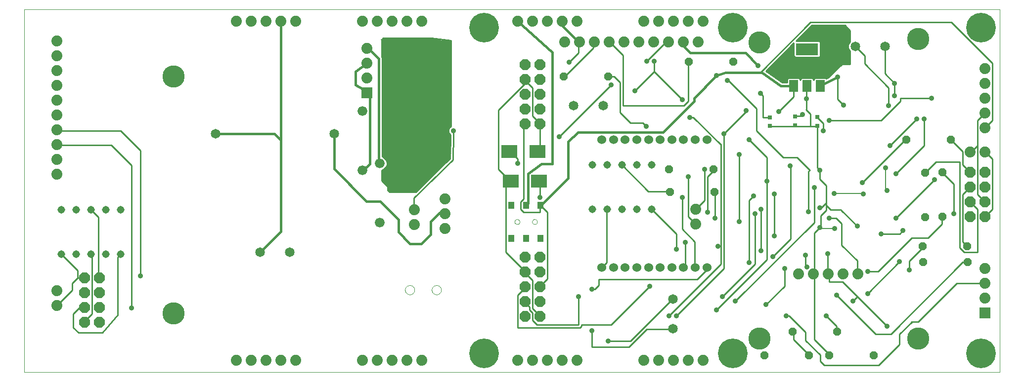
<source format=gbl>
G75*
G70*
%OFA0B0*%
%FSLAX24Y24*%
%IPPOS*%
%LPD*%
%AMOC8*
5,1,8,0,0,1.08239X$1,22.5*
%
%ADD10C,0.0000*%
%ADD11R,0.0590X0.0790*%
%ADD12R,0.1500X0.0790*%
%ADD13R,0.0315X0.0315*%
%ADD14R,0.1100X0.0850*%
%ADD15C,0.0650*%
%ADD16OC8,0.0740*%
%ADD17C,0.0740*%
%ADD18OC8,0.0520*%
%ADD19R,0.0740X0.0740*%
%ADD20C,0.0515*%
%ADD21R,0.0394X0.0453*%
%ADD22C,0.0600*%
%ADD23C,0.0660*%
%ADD24C,0.0650*%
%ADD25C,0.0100*%
%ADD26C,0.0360*%
%ADD27C,0.0356*%
%ADD28C,0.0160*%
%ADD29C,0.0080*%
%ADD30C,0.0060*%
%ADD31C,0.2000*%
%ADD32C,0.1502*%
D10*
X000103Y000212D02*
X065853Y000212D01*
X065853Y024712D01*
X000103Y024712D01*
X000103Y000212D01*
X025768Y005752D02*
X025770Y005787D01*
X025776Y005822D01*
X025786Y005856D01*
X025799Y005889D01*
X025816Y005920D01*
X025837Y005948D01*
X025860Y005975D01*
X025887Y005998D01*
X025915Y006019D01*
X025946Y006036D01*
X025979Y006049D01*
X026013Y006059D01*
X026048Y006065D01*
X026083Y006067D01*
X026118Y006065D01*
X026153Y006059D01*
X026187Y006049D01*
X026220Y006036D01*
X026251Y006019D01*
X026279Y005998D01*
X026306Y005975D01*
X026329Y005948D01*
X026350Y005920D01*
X026367Y005889D01*
X026380Y005856D01*
X026390Y005822D01*
X026396Y005787D01*
X026398Y005752D01*
X026396Y005717D01*
X026390Y005682D01*
X026380Y005648D01*
X026367Y005615D01*
X026350Y005584D01*
X026329Y005556D01*
X026306Y005529D01*
X026279Y005506D01*
X026251Y005485D01*
X026220Y005468D01*
X026187Y005455D01*
X026153Y005445D01*
X026118Y005439D01*
X026083Y005437D01*
X026048Y005439D01*
X026013Y005445D01*
X025979Y005455D01*
X025946Y005468D01*
X025915Y005485D01*
X025887Y005506D01*
X025860Y005529D01*
X025837Y005556D01*
X025816Y005584D01*
X025799Y005615D01*
X025786Y005648D01*
X025776Y005682D01*
X025770Y005717D01*
X025768Y005752D01*
X027568Y005752D02*
X027570Y005787D01*
X027576Y005822D01*
X027586Y005856D01*
X027599Y005889D01*
X027616Y005920D01*
X027637Y005948D01*
X027660Y005975D01*
X027687Y005998D01*
X027715Y006019D01*
X027746Y006036D01*
X027779Y006049D01*
X027813Y006059D01*
X027848Y006065D01*
X027883Y006067D01*
X027918Y006065D01*
X027953Y006059D01*
X027987Y006049D01*
X028020Y006036D01*
X028051Y006019D01*
X028079Y005998D01*
X028106Y005975D01*
X028129Y005948D01*
X028150Y005920D01*
X028167Y005889D01*
X028180Y005856D01*
X028190Y005822D01*
X028196Y005787D01*
X028198Y005752D01*
X028196Y005717D01*
X028190Y005682D01*
X028180Y005648D01*
X028167Y005615D01*
X028150Y005584D01*
X028129Y005556D01*
X028106Y005529D01*
X028079Y005506D01*
X028051Y005485D01*
X028020Y005468D01*
X027987Y005455D01*
X027953Y005445D01*
X027918Y005439D01*
X027883Y005437D01*
X027848Y005439D01*
X027813Y005445D01*
X027779Y005455D01*
X027746Y005468D01*
X027715Y005485D01*
X027687Y005506D01*
X027660Y005529D01*
X027637Y005556D01*
X027616Y005584D01*
X027599Y005615D01*
X027586Y005648D01*
X027576Y005682D01*
X027570Y005717D01*
X027568Y005752D01*
X033156Y010352D02*
X033158Y010377D01*
X033164Y010402D01*
X033173Y010426D01*
X033186Y010448D01*
X033203Y010468D01*
X033222Y010485D01*
X033243Y010499D01*
X033267Y010509D01*
X033291Y010516D01*
X033317Y010519D01*
X033342Y010518D01*
X033367Y010513D01*
X033391Y010504D01*
X033414Y010492D01*
X033434Y010477D01*
X033452Y010458D01*
X033467Y010437D01*
X033478Y010414D01*
X033486Y010390D01*
X033490Y010365D01*
X033490Y010339D01*
X033486Y010314D01*
X033478Y010290D01*
X033467Y010267D01*
X033452Y010246D01*
X033434Y010227D01*
X033414Y010212D01*
X033391Y010200D01*
X033367Y010191D01*
X033342Y010186D01*
X033317Y010185D01*
X033291Y010188D01*
X033267Y010195D01*
X033243Y010205D01*
X033222Y010219D01*
X033203Y010236D01*
X033186Y010256D01*
X033173Y010278D01*
X033164Y010302D01*
X033158Y010327D01*
X033156Y010352D01*
X034337Y010352D02*
X034339Y010377D01*
X034345Y010402D01*
X034354Y010426D01*
X034367Y010448D01*
X034384Y010468D01*
X034403Y010485D01*
X034424Y010499D01*
X034448Y010509D01*
X034472Y010516D01*
X034498Y010519D01*
X034523Y010518D01*
X034548Y010513D01*
X034572Y010504D01*
X034595Y010492D01*
X034615Y010477D01*
X034633Y010458D01*
X034648Y010437D01*
X034659Y010414D01*
X034667Y010390D01*
X034671Y010365D01*
X034671Y010339D01*
X034667Y010314D01*
X034659Y010290D01*
X034648Y010267D01*
X034633Y010246D01*
X034615Y010227D01*
X034595Y010212D01*
X034572Y010200D01*
X034548Y010191D01*
X034523Y010186D01*
X034498Y010185D01*
X034472Y010188D01*
X034448Y010195D01*
X034424Y010205D01*
X034403Y010219D01*
X034384Y010236D01*
X034367Y010256D01*
X034354Y010278D01*
X034345Y010302D01*
X034339Y010327D01*
X034337Y010352D01*
D11*
X051963Y019532D03*
X052863Y019532D03*
X053763Y019532D03*
D12*
X052873Y022012D03*
D13*
X052073Y017467D03*
X053543Y017437D03*
X053543Y016846D03*
X052073Y016876D03*
X050353Y016816D03*
X050353Y017407D03*
D14*
X034703Y015112D03*
X032803Y015112D03*
X032893Y013112D03*
X034793Y013112D03*
D15*
X037123Y018212D03*
X039123Y018212D03*
X056113Y022192D03*
X058113Y022192D03*
X043823Y005132D03*
X043823Y003132D03*
D16*
X034853Y003962D03*
X033853Y003962D03*
X033853Y004962D03*
X034853Y004962D03*
X034853Y005962D03*
X033853Y005962D03*
X033853Y006962D03*
X034853Y006962D03*
X034853Y007962D03*
X033853Y007962D03*
X033853Y016962D03*
X034853Y016962D03*
X034853Y017962D03*
X033853Y017962D03*
X033853Y018962D03*
X034853Y018962D03*
X034853Y019962D03*
X033853Y019962D03*
X033853Y020962D03*
X034853Y020962D03*
X063853Y013712D03*
X064853Y013712D03*
X064853Y012712D03*
X063853Y012712D03*
X063853Y011712D03*
X064853Y011712D03*
X064853Y010712D03*
X063853Y010712D03*
X005163Y006572D03*
X004163Y006572D03*
X004163Y005572D03*
X005163Y005572D03*
X005163Y004572D03*
X004163Y004572D03*
X004163Y003572D03*
X005163Y003572D03*
D17*
X002293Y004692D03*
X002293Y005692D03*
X014393Y001012D03*
X015393Y001012D03*
X016393Y001012D03*
X017393Y001012D03*
X018393Y001012D03*
X022893Y001012D03*
X023893Y001012D03*
X024893Y001012D03*
X025893Y001012D03*
X026893Y001012D03*
X033353Y001012D03*
X034353Y001012D03*
X035353Y001012D03*
X036353Y001012D03*
X037353Y001012D03*
X041853Y001012D03*
X042853Y001012D03*
X043853Y001012D03*
X044853Y001012D03*
X045853Y001012D03*
X052303Y006832D03*
X053303Y006832D03*
X054303Y006832D03*
X055303Y006832D03*
X056303Y006832D03*
X064853Y007212D03*
X064853Y006212D03*
X064853Y005212D03*
X045353Y010212D03*
X045353Y011212D03*
X028443Y010912D03*
X026393Y011152D03*
X028443Y011912D03*
X026393Y010152D03*
X028443Y009912D03*
X002303Y013562D03*
X002303Y014562D03*
X002303Y015562D03*
X002303Y016562D03*
X002303Y017562D03*
X002303Y018562D03*
X002303Y019562D03*
X002303Y020562D03*
X002303Y021562D03*
X002303Y022562D03*
X014393Y023912D03*
X015393Y023912D03*
X016393Y023912D03*
X017393Y023912D03*
X018393Y023912D03*
X022893Y023912D03*
X023893Y023912D03*
X024893Y023912D03*
X025893Y023912D03*
X026893Y023912D03*
X023203Y022082D03*
X023203Y021082D03*
X023203Y020082D03*
X033353Y023912D03*
X034353Y023912D03*
X035353Y023912D03*
X036353Y023912D03*
X037353Y023912D03*
X037513Y022512D03*
X038513Y022512D03*
X039513Y022512D03*
X040513Y022512D03*
X041513Y022512D03*
X042513Y022512D03*
X043513Y022512D03*
X044513Y022512D03*
X045513Y022512D03*
X045853Y023912D03*
X044853Y023912D03*
X043853Y023912D03*
X042853Y023912D03*
X041853Y023912D03*
X036513Y022512D03*
X063863Y015072D03*
X064863Y015072D03*
X064853Y016712D03*
X064853Y017712D03*
X064853Y018712D03*
X064853Y019712D03*
X064853Y020712D03*
D18*
X062543Y015912D03*
X059543Y015912D03*
X062003Y013702D03*
X060833Y013662D03*
X062003Y010702D03*
X060833Y010662D03*
X060653Y008702D03*
X063653Y008702D03*
X063693Y007632D03*
X060693Y007632D03*
X054903Y002942D03*
X051903Y002942D03*
X053003Y001322D03*
X054363Y001322D03*
X057363Y001322D03*
X050003Y001322D03*
X046613Y012372D03*
X043613Y012372D03*
X043573Y013892D03*
X046573Y013892D03*
X039463Y020172D03*
X036463Y020172D03*
X044903Y021172D03*
X047903Y021172D03*
D19*
X023203Y019082D03*
X064853Y004212D03*
D20*
X042393Y011192D03*
X041393Y011192D03*
X040393Y011192D03*
X039393Y011192D03*
X038393Y011192D03*
X038393Y014192D03*
X039393Y014192D03*
X040393Y014192D03*
X041393Y014192D03*
X042393Y014192D03*
X006593Y011162D03*
X005593Y011162D03*
X004593Y011162D03*
X003593Y011162D03*
X002593Y011162D03*
X002593Y008162D03*
X003593Y008162D03*
X004593Y008162D03*
X005593Y008162D03*
X006593Y008162D03*
D21*
X032929Y009239D03*
X033913Y009239D03*
X034897Y009239D03*
X034897Y011464D03*
X033913Y011464D03*
X032929Y011464D03*
D22*
X039031Y007251D03*
X039818Y007251D03*
X040605Y007251D03*
X041393Y007251D03*
X042180Y007251D03*
X042968Y007251D03*
X043755Y007251D03*
X044542Y007251D03*
X045330Y007251D03*
X046117Y007251D03*
X046117Y015912D03*
X045330Y015912D03*
X044542Y015912D03*
X043755Y015912D03*
X042968Y015912D03*
X042180Y015912D03*
X041393Y015912D03*
X040605Y015912D03*
X039818Y015912D03*
X039031Y015912D03*
D23*
X024063Y014302D03*
X022903Y013832D03*
X024063Y010302D03*
X022903Y017832D03*
D24*
X020983Y016292D03*
X012983Y016292D03*
X015983Y008292D03*
X017983Y008292D03*
D25*
X026393Y011152D02*
X026373Y011972D01*
X029003Y014542D01*
X029023Y016222D01*
X029013Y016502D01*
X028711Y016373D02*
X024223Y016373D01*
X024223Y016471D02*
X028685Y016471D01*
X028685Y016436D02*
X028735Y016316D01*
X028823Y016228D01*
X028823Y016219D01*
X028804Y014627D01*
X026486Y012362D01*
X024713Y012362D01*
X024603Y012472D01*
X024603Y012732D01*
X024193Y013142D01*
X024193Y013836D01*
X024335Y013895D01*
X024470Y014030D01*
X024543Y014206D01*
X024543Y014397D01*
X024470Y014574D01*
X024335Y014709D01*
X024223Y014755D01*
X024223Y021447D01*
X024193Y021477D01*
X024193Y022622D01*
X024143Y022672D01*
X024223Y022672D01*
X024273Y022752D01*
X027573Y022752D01*
X028853Y022592D01*
X028865Y016795D01*
X028827Y016780D01*
X028735Y016687D01*
X028685Y016567D01*
X028685Y016436D01*
X028686Y016570D02*
X024223Y016570D01*
X024223Y016668D02*
X028727Y016668D01*
X028815Y016767D02*
X024223Y016767D01*
X024223Y016865D02*
X028865Y016865D01*
X028865Y016964D02*
X024223Y016964D01*
X024223Y017063D02*
X028865Y017063D01*
X028865Y017161D02*
X024223Y017161D01*
X024223Y017260D02*
X028864Y017260D01*
X028864Y017358D02*
X024223Y017358D01*
X024223Y017457D02*
X028864Y017457D01*
X028864Y017555D02*
X024223Y017555D01*
X024223Y017654D02*
X028864Y017654D01*
X028863Y017752D02*
X024223Y017752D01*
X024223Y017851D02*
X028863Y017851D01*
X028863Y017949D02*
X024223Y017949D01*
X024223Y018048D02*
X028863Y018048D01*
X028863Y018147D02*
X024223Y018147D01*
X024223Y018245D02*
X028862Y018245D01*
X028862Y018344D02*
X024223Y018344D01*
X024223Y018442D02*
X028862Y018442D01*
X028862Y018541D02*
X024223Y018541D01*
X024223Y018639D02*
X028861Y018639D01*
X028861Y018738D02*
X024223Y018738D01*
X024223Y018836D02*
X028861Y018836D01*
X028861Y018935D02*
X024223Y018935D01*
X024223Y019033D02*
X028861Y019033D01*
X028860Y019132D02*
X024223Y019132D01*
X024223Y019231D02*
X028860Y019231D01*
X028860Y019329D02*
X024223Y019329D01*
X024223Y019428D02*
X028860Y019428D01*
X028860Y019526D02*
X024223Y019526D01*
X024223Y019625D02*
X028859Y019625D01*
X028859Y019723D02*
X024223Y019723D01*
X024223Y019822D02*
X028859Y019822D01*
X028859Y019920D02*
X024223Y019920D01*
X024223Y020019D02*
X028859Y020019D01*
X028858Y020117D02*
X024223Y020117D01*
X024223Y020216D02*
X028858Y020216D01*
X028858Y020314D02*
X024223Y020314D01*
X024223Y020413D02*
X028858Y020413D01*
X028858Y020512D02*
X024223Y020512D01*
X024223Y020610D02*
X028857Y020610D01*
X028857Y020709D02*
X024223Y020709D01*
X024223Y020807D02*
X028857Y020807D01*
X028857Y020906D02*
X024223Y020906D01*
X024223Y021004D02*
X028857Y021004D01*
X028856Y021103D02*
X024223Y021103D01*
X024223Y021201D02*
X028856Y021201D01*
X028856Y021300D02*
X024223Y021300D01*
X024223Y021398D02*
X028856Y021398D01*
X028856Y021497D02*
X024193Y021497D01*
X024193Y021596D02*
X028855Y021596D01*
X028855Y021694D02*
X024193Y021694D01*
X024193Y021793D02*
X028855Y021793D01*
X028855Y021891D02*
X024193Y021891D01*
X024193Y021990D02*
X028854Y021990D01*
X028854Y022088D02*
X024193Y022088D01*
X024193Y022187D02*
X028854Y022187D01*
X028854Y022285D02*
X024193Y022285D01*
X024193Y022384D02*
X028854Y022384D01*
X028853Y022482D02*
X024193Y022482D01*
X024193Y022581D02*
X028853Y022581D01*
X028150Y022680D02*
X024228Y022680D01*
X023293Y022052D02*
X023203Y022082D01*
X023203Y021082D02*
X023193Y021052D01*
X023193Y019152D02*
X023203Y019082D01*
X023293Y019052D01*
X023393Y018952D01*
X024223Y016274D02*
X028777Y016274D01*
X028823Y016176D02*
X024223Y016176D01*
X024223Y016077D02*
X028821Y016077D01*
X028820Y015979D02*
X024223Y015979D01*
X024223Y015880D02*
X028819Y015880D01*
X028818Y015781D02*
X024223Y015781D01*
X024223Y015683D02*
X028817Y015683D01*
X028816Y015584D02*
X024223Y015584D01*
X024223Y015486D02*
X028814Y015486D01*
X028813Y015387D02*
X024223Y015387D01*
X024223Y015289D02*
X028812Y015289D01*
X028811Y015190D02*
X024223Y015190D01*
X024223Y015092D02*
X028810Y015092D01*
X028809Y014993D02*
X024223Y014993D01*
X024223Y014895D02*
X028807Y014895D01*
X028806Y014796D02*
X024223Y014796D01*
X024346Y014698D02*
X028805Y014698D01*
X028776Y014599D02*
X024445Y014599D01*
X024500Y014500D02*
X028675Y014500D01*
X028574Y014402D02*
X024541Y014402D01*
X024543Y014303D02*
X028473Y014303D01*
X028372Y014205D02*
X024543Y014205D01*
X024502Y014106D02*
X028272Y014106D01*
X028171Y014008D02*
X024448Y014008D01*
X024350Y013909D02*
X028070Y013909D01*
X027969Y013811D02*
X024193Y013811D01*
X024193Y013712D02*
X027868Y013712D01*
X027767Y013614D02*
X024193Y013614D01*
X024193Y013515D02*
X027666Y013515D01*
X027566Y013416D02*
X024193Y013416D01*
X024193Y013318D02*
X027465Y013318D01*
X027364Y013219D02*
X024193Y013219D01*
X024214Y013121D02*
X027263Y013121D01*
X027162Y013022D02*
X024313Y013022D01*
X024411Y012924D02*
X027061Y012924D01*
X026961Y012825D02*
X024510Y012825D01*
X024603Y012727D02*
X026860Y012727D01*
X026759Y012628D02*
X024603Y012628D01*
X024603Y012530D02*
X026658Y012530D01*
X026557Y012431D02*
X024644Y012431D01*
X022993Y013852D02*
X022903Y013832D01*
X023993Y014352D02*
X024063Y014302D01*
X032053Y013912D02*
X032853Y013112D01*
X032893Y013112D01*
X032853Y013112D02*
X032553Y012812D01*
X032553Y008312D01*
X033853Y007012D01*
X033853Y006962D01*
X033853Y006912D01*
X033953Y006812D01*
X034353Y006412D01*
X034353Y004512D01*
X034853Y004012D01*
X034853Y003962D01*
X034353Y003712D02*
X034353Y004212D01*
X034153Y004412D01*
X034153Y004612D01*
X033853Y004912D01*
X033853Y004962D01*
X033353Y005412D02*
X033853Y005912D01*
X033853Y005962D01*
X033353Y005412D02*
X033353Y003212D01*
X037553Y003212D01*
X037653Y003312D01*
X037653Y003412D01*
X039653Y003412D01*
X042253Y006012D01*
X043753Y005112D02*
X043823Y005132D01*
X043753Y005112D02*
X040953Y002312D01*
X039453Y002312D01*
X038353Y001912D02*
X038353Y003012D01*
X037453Y003412D02*
X037453Y005312D01*
X038353Y005812D02*
X038553Y005812D01*
X038813Y006072D01*
X038813Y006452D01*
X045443Y006452D01*
X046117Y007126D01*
X046117Y007251D01*
X045330Y007251D02*
X045303Y007278D01*
X045303Y009002D01*
X044453Y009852D01*
X044453Y012012D01*
X043613Y012372D02*
X043553Y012412D01*
X042153Y012412D01*
X040393Y014192D01*
X044853Y013412D02*
X044853Y010712D01*
X045353Y010212D01*
X046653Y010612D02*
X046653Y012312D01*
X046613Y012372D01*
X045953Y011812D02*
X045953Y013912D01*
X046153Y013412D02*
X046553Y013812D01*
X046573Y013892D01*
X046153Y013412D02*
X046153Y011012D01*
X045353Y011212D02*
X045953Y011812D01*
X048953Y011812D02*
X048953Y007612D01*
X049353Y007512D02*
X049353Y010912D01*
X049753Y011212D02*
X049753Y008412D01*
X050153Y007812D02*
X050153Y013112D01*
X050153Y014712D01*
X048953Y015912D01*
X049463Y016502D02*
X051273Y014692D01*
X052183Y014692D01*
X053043Y013832D01*
X052973Y013762D01*
X052973Y011022D01*
X053733Y011302D02*
X053833Y011302D01*
X054153Y011622D01*
X054153Y011462D01*
X054453Y011162D01*
X055163Y011162D01*
X055163Y011142D01*
X056253Y010052D01*
X055193Y010242D02*
X055193Y008782D01*
X056253Y007722D01*
X056253Y006882D01*
X056303Y006832D01*
X056253Y006912D01*
X056953Y007012D02*
X057673Y007012D01*
X059933Y009272D01*
X061013Y009272D01*
X061953Y010212D01*
X061953Y010612D01*
X062003Y010702D01*
X062753Y010912D02*
X062753Y012912D01*
X062053Y013612D01*
X062003Y013702D01*
X061453Y013212D02*
X058853Y010612D01*
X059333Y009752D02*
X059113Y009532D01*
X057853Y009532D01*
X059753Y007712D02*
X060653Y008612D01*
X060653Y008702D01*
X059753Y007712D02*
X059753Y007112D01*
X059093Y007652D02*
X056953Y005512D01*
X056253Y005312D02*
X055953Y005012D01*
X056253Y005312D02*
X058253Y003312D01*
X058513Y002772D02*
X057493Y002772D01*
X054853Y005412D01*
X055253Y006312D02*
X056253Y005312D01*
X055253Y006312D02*
X054353Y006312D01*
X054353Y006782D01*
X054303Y006832D01*
X054243Y006892D01*
X054243Y008202D01*
X052753Y008092D02*
X052753Y007412D01*
X052853Y007312D01*
X053353Y006912D02*
X053353Y009592D01*
X053733Y009972D01*
X053793Y010032D01*
X053793Y010772D01*
X054153Y011132D01*
X054153Y011462D01*
X054153Y011622D02*
X054153Y012792D01*
X053713Y013232D01*
X053713Y013832D01*
X053553Y013992D01*
X053553Y016812D01*
X053543Y016846D01*
X053453Y016812D01*
X053083Y016812D01*
X053093Y016822D01*
X053093Y017642D01*
X052803Y017932D01*
X052813Y017942D01*
X052813Y018672D01*
X052813Y019482D01*
X052863Y019532D01*
X052853Y019612D01*
X052863Y019532D02*
X052953Y019512D01*
X053763Y019532D02*
X053853Y019612D01*
X054175Y020022D02*
X054120Y020077D01*
X053406Y020077D01*
X053318Y019989D01*
X053318Y019932D01*
X053308Y019932D01*
X053308Y019989D01*
X053220Y020077D01*
X052506Y020077D01*
X052418Y019989D01*
X052418Y019932D01*
X052408Y019932D01*
X052408Y019989D01*
X052320Y020077D01*
X051606Y020077D01*
X051518Y019989D01*
X051518Y019762D01*
X051176Y019762D01*
X050182Y020463D01*
X050133Y020512D01*
X050104Y020549D01*
X051973Y022419D01*
X051973Y021554D01*
X052061Y021467D01*
X053685Y021467D01*
X053773Y021554D01*
X053773Y022469D01*
X053685Y022557D01*
X052111Y022557D01*
X053176Y023622D01*
X055423Y023622D01*
X055763Y023282D01*
X055763Y022513D01*
X055711Y022461D01*
X055638Y022286D01*
X055638Y022097D01*
X055711Y021923D01*
X055763Y021870D01*
X055763Y021012D01*
X055233Y021012D01*
X054307Y020085D01*
X054175Y020022D01*
X054339Y020117D02*
X050672Y020117D01*
X050811Y020019D02*
X051548Y020019D01*
X051518Y019920D02*
X050951Y019920D01*
X051091Y019822D02*
X051518Y019822D01*
X051953Y019612D02*
X051963Y019532D01*
X051953Y019512D01*
X051953Y018812D01*
X050953Y017812D01*
X050353Y017412D02*
X049903Y017412D01*
X049903Y018852D01*
X049723Y019032D01*
X049463Y017992D02*
X047543Y019912D01*
X047483Y019912D01*
X049713Y020442D02*
X053093Y023822D01*
X062593Y023822D01*
X065353Y021062D01*
X065353Y017212D01*
X064853Y016712D01*
X064353Y017212D02*
X064853Y017712D01*
X064353Y017212D02*
X064353Y015512D01*
X064353Y012212D01*
X064853Y011712D01*
X064353Y011212D02*
X063853Y011712D01*
X063353Y012212D02*
X063853Y012712D01*
X063353Y012212D02*
X063353Y009012D01*
X063653Y008712D01*
X063653Y008702D01*
X063453Y008312D02*
X063153Y008612D01*
X063153Y014412D01*
X061553Y014412D01*
X060853Y013712D01*
X060833Y013662D01*
X060753Y015512D02*
X058853Y013612D01*
X059453Y015852D02*
X056603Y013002D01*
X053373Y012652D02*
X053353Y010312D01*
X048023Y005002D01*
X047153Y005312D02*
X049353Y007512D01*
X050153Y007812D02*
X046753Y004412D01*
X044053Y004012D02*
X047253Y007212D01*
X047253Y016312D01*
X048753Y017812D01*
X048753Y017882D01*
X049463Y017992D02*
X049463Y016502D01*
X050353Y016812D02*
X050353Y016816D01*
X050353Y016812D02*
X052053Y016812D01*
X052073Y016876D01*
X052153Y016812D01*
X053083Y016812D01*
X053553Y017412D02*
X053953Y017012D01*
X053953Y016512D01*
X054353Y017212D02*
X057853Y017212D01*
X059153Y018512D01*
X059153Y018712D01*
X061253Y018712D01*
X058753Y018882D02*
X058753Y019712D01*
X058113Y020352D01*
X058113Y022192D01*
X056743Y021562D02*
X056113Y022192D01*
X055679Y022384D02*
X053773Y022384D01*
X053773Y022285D02*
X055638Y022285D01*
X055638Y022187D02*
X053773Y022187D01*
X053773Y022088D02*
X055642Y022088D01*
X055683Y021990D02*
X053773Y021990D01*
X053773Y021891D02*
X055742Y021891D01*
X055763Y021793D02*
X053773Y021793D01*
X053773Y021694D02*
X055763Y021694D01*
X055763Y021596D02*
X053773Y021596D01*
X053716Y021497D02*
X055763Y021497D01*
X055763Y021398D02*
X050953Y021398D01*
X050854Y021300D02*
X055763Y021300D01*
X055763Y021201D02*
X050756Y021201D01*
X050657Y021103D02*
X055763Y021103D01*
X055226Y021004D02*
X050559Y021004D01*
X050460Y020906D02*
X055127Y020906D01*
X055029Y020807D02*
X050362Y020807D01*
X050263Y020709D02*
X054930Y020709D01*
X054832Y020610D02*
X050164Y020610D01*
X050133Y020512D02*
X054733Y020512D01*
X054635Y020413D02*
X050253Y020413D01*
X050392Y020314D02*
X054536Y020314D01*
X054438Y020216D02*
X050532Y020216D01*
X049813Y020442D02*
X049713Y020442D01*
X051051Y021497D02*
X052031Y021497D01*
X051973Y021596D02*
X051150Y021596D01*
X051248Y021694D02*
X051973Y021694D01*
X051973Y021793D02*
X051347Y021793D01*
X051446Y021891D02*
X051973Y021891D01*
X051973Y021990D02*
X051544Y021990D01*
X051643Y022088D02*
X051973Y022088D01*
X051973Y022187D02*
X051741Y022187D01*
X051840Y022285D02*
X051973Y022285D01*
X051973Y022384D02*
X051938Y022384D01*
X052135Y022581D02*
X055763Y022581D01*
X055763Y022680D02*
X052234Y022680D01*
X052332Y022778D02*
X055763Y022778D01*
X055763Y022877D02*
X052431Y022877D01*
X052530Y022975D02*
X055763Y022975D01*
X055763Y023074D02*
X052628Y023074D01*
X052727Y023172D02*
X055763Y023172D01*
X055763Y023271D02*
X052825Y023271D01*
X052924Y023369D02*
X055676Y023369D01*
X055577Y023468D02*
X053022Y023468D01*
X053121Y023566D02*
X055478Y023566D01*
X055732Y022482D02*
X053760Y022482D01*
X056743Y021562D02*
X056743Y021022D01*
X058353Y019412D01*
X058353Y018212D01*
X060253Y017312D02*
X058453Y015512D01*
X059453Y015852D02*
X059453Y015912D01*
X059543Y015912D01*
X060753Y015512D02*
X060753Y017312D01*
X062543Y015912D02*
X062553Y015912D01*
X063353Y015112D01*
X063353Y014212D01*
X063853Y013712D01*
X064953Y015012D02*
X065353Y014612D01*
X065353Y011212D01*
X064853Y010712D01*
X064353Y011212D02*
X064353Y008312D01*
X063453Y008312D01*
X063373Y007632D02*
X058513Y002772D01*
X059103Y002762D02*
X059943Y003602D01*
X060343Y003602D01*
X062953Y006212D01*
X064853Y006212D01*
X063693Y007632D02*
X063373Y007632D01*
X055193Y010242D02*
X054823Y010612D01*
X054353Y010612D01*
X053803Y010042D02*
X053733Y009972D01*
X053713Y009992D01*
X051753Y009212D02*
X051753Y014102D01*
X051733Y014122D01*
X048293Y014912D02*
X048293Y010362D01*
X048303Y010352D01*
X050663Y009392D02*
X050663Y012102D01*
X050653Y012232D01*
X049253Y012112D02*
X048953Y011812D01*
X044053Y009532D02*
X042393Y011192D01*
X039393Y011192D02*
X039353Y011152D01*
X039353Y007612D01*
X039053Y007312D01*
X039031Y007251D01*
X035353Y006512D02*
X034853Y006012D01*
X034853Y005962D01*
X035353Y006512D02*
X035353Y011012D01*
X034953Y011412D01*
X034897Y011464D01*
X034953Y011512D01*
X034897Y011464D02*
X034853Y011412D01*
X034853Y011012D01*
X033753Y011012D01*
X033553Y011212D01*
X033553Y011712D01*
X033753Y011912D01*
X033753Y016812D01*
X033853Y016912D01*
X033853Y016962D01*
X034353Y017512D02*
X034353Y019412D01*
X033953Y019812D01*
X033853Y019962D01*
X033853Y019912D01*
X033953Y019812D01*
X032053Y017912D01*
X032053Y013912D01*
X033353Y014312D02*
X033353Y014612D01*
X032853Y015112D01*
X032803Y015112D01*
X034703Y015112D02*
X034753Y015112D01*
X034853Y015212D01*
X034853Y016962D01*
X034853Y017012D01*
X034353Y017512D01*
X036153Y016112D02*
X039653Y019612D01*
X039853Y020172D02*
X040263Y019762D01*
X040263Y017742D01*
X040963Y017042D01*
X041783Y017042D01*
X042023Y016802D01*
X044973Y017392D02*
X045203Y017392D01*
X047053Y015572D01*
X047053Y015612D01*
X047053Y015572D02*
X047053Y008712D01*
X046853Y008712D01*
X047053Y008712D02*
X047053Y007512D01*
X043553Y004012D01*
X043823Y003132D02*
X043753Y003112D01*
X042053Y003112D01*
X040853Y001912D01*
X038353Y001912D01*
X037453Y003412D02*
X034653Y003412D01*
X034353Y003712D01*
X044542Y007251D02*
X044643Y007352D01*
X044643Y008952D01*
X044053Y008512D02*
X044053Y009532D01*
X044583Y007292D02*
X044542Y007251D01*
X050553Y008012D02*
X051753Y009212D01*
X051353Y007212D02*
X051353Y006012D01*
X050103Y004762D01*
X051453Y004012D02*
X051673Y004012D01*
X052773Y002912D01*
X052773Y002332D01*
X053753Y001352D01*
X053753Y000932D01*
X054013Y000672D01*
X057693Y000672D01*
X059103Y002082D01*
X059103Y002762D01*
X059903Y003602D02*
X059943Y003602D01*
X054903Y002942D02*
X054853Y003012D01*
X054853Y003312D01*
X054153Y004012D01*
X051953Y002912D02*
X051903Y002942D01*
X051953Y002912D02*
X051953Y002412D01*
X052953Y001412D01*
X053003Y001322D01*
X053353Y002412D02*
X054353Y001412D01*
X054363Y001322D01*
X053353Y002412D02*
X053353Y006812D01*
X053303Y006832D01*
X053353Y006912D01*
X034853Y012012D02*
X034853Y013112D01*
X034793Y013112D01*
X034053Y011612D02*
X033953Y011512D01*
X033913Y011464D01*
X050353Y017407D02*
X050353Y017412D01*
X052073Y017467D02*
X052153Y017512D01*
X052553Y017512D01*
X052553Y017612D01*
X053543Y017437D02*
X053553Y017412D01*
X054913Y018642D02*
X055313Y018242D01*
X054913Y018642D02*
X054913Y020122D01*
X053348Y020019D02*
X053278Y020019D01*
X052448Y020019D02*
X052378Y020019D01*
X044903Y021172D02*
X044853Y021122D01*
X044853Y018512D01*
X044553Y018212D01*
X040453Y018212D01*
X040453Y021612D01*
X039553Y022512D01*
X039513Y022512D01*
X038513Y022512D02*
X038453Y022512D01*
X038453Y022112D01*
X036553Y020212D01*
X036463Y020172D01*
X036823Y021122D02*
X037453Y021752D01*
X037453Y022512D01*
X037513Y022512D01*
X042053Y021212D02*
X043353Y022512D01*
X043513Y022512D01*
X044513Y022512D02*
X044553Y022512D01*
X042553Y021212D02*
X042553Y020512D01*
X041253Y019212D01*
X039853Y020172D02*
X039463Y020172D01*
X042553Y020512D02*
X044453Y018612D01*
X063863Y015072D02*
X063953Y015112D01*
X064353Y015512D01*
X064863Y015072D02*
X064953Y015012D01*
X007923Y015152D02*
X007923Y006712D01*
X005163Y006572D02*
X005093Y006682D01*
X005093Y010662D01*
X004593Y011162D01*
X004593Y008162D02*
X004653Y008102D01*
X004653Y004132D01*
X004193Y003652D01*
X004163Y003572D01*
X003753Y002852D02*
X003393Y003212D01*
X003393Y004122D01*
X003823Y004552D01*
X004093Y004552D01*
X004163Y004572D01*
X003323Y005722D02*
X002293Y004692D01*
X003323Y005722D02*
X003323Y006192D01*
X003703Y006572D01*
X003703Y007052D01*
X002593Y008162D01*
X003703Y006572D02*
X004163Y006572D01*
X006393Y007952D02*
X006393Y004052D01*
X005393Y002902D01*
X005343Y002852D01*
X003753Y002852D01*
X007333Y004542D02*
X007333Y014162D01*
X005973Y015522D01*
X002343Y015522D01*
X002303Y015562D01*
X002373Y016492D02*
X002303Y016562D01*
X002373Y016492D02*
X006583Y016492D01*
X007923Y015152D01*
X006593Y008152D02*
X006393Y007952D01*
D26*
X033353Y014312D03*
X036153Y016112D03*
X044453Y018612D03*
X041253Y019212D03*
X039653Y019612D03*
X042053Y021212D03*
X042553Y021212D03*
X046773Y020232D03*
X049563Y020912D03*
X054913Y020122D03*
X058753Y019712D03*
X058753Y018882D03*
X058353Y018212D03*
X060253Y017312D03*
X060753Y017312D03*
X061253Y018712D03*
X055313Y018242D03*
X054353Y017212D03*
X052553Y017612D03*
X050953Y017812D03*
X053953Y016512D03*
X058453Y015512D03*
X058853Y013612D03*
X056603Y013002D03*
X053373Y012652D03*
X050153Y013112D03*
X049253Y012112D03*
X049753Y011212D03*
X049353Y010912D03*
X046653Y010612D03*
X046153Y011012D03*
X044453Y012012D03*
X044853Y013412D03*
X045953Y013912D03*
X048953Y015912D03*
X047253Y016312D03*
X044973Y017392D03*
X051733Y014122D03*
X054353Y010612D03*
X058853Y010612D03*
X062753Y010912D03*
X061453Y013212D03*
X049753Y008412D03*
X050553Y008012D03*
X051353Y007212D03*
X052853Y007312D03*
X052753Y008092D03*
X048953Y007612D03*
X046853Y008712D03*
X044053Y008512D03*
X042253Y006012D03*
X038353Y005812D03*
X037453Y005312D03*
X038353Y003012D03*
X039453Y002312D03*
X043553Y004012D03*
X044053Y004012D03*
X046753Y004412D03*
X048023Y005002D03*
X047153Y005312D03*
X050103Y004762D03*
X051453Y004012D03*
X054153Y004012D03*
X055953Y005012D03*
X056953Y005512D03*
X054853Y005412D03*
X056953Y007012D03*
X059753Y007112D03*
X058253Y003312D03*
X034853Y012012D03*
D27*
X025243Y013272D03*
X025353Y016452D03*
X024773Y016542D03*
X029013Y016502D03*
X026793Y019752D03*
X025763Y019752D03*
X024953Y019802D03*
X024953Y020562D03*
X025733Y020562D03*
X026903Y020562D03*
X026463Y021732D03*
X025193Y021942D03*
X036823Y021122D03*
X047483Y019912D03*
X049723Y019032D03*
X048753Y017882D03*
X052813Y018672D03*
X050993Y020492D03*
X050993Y020972D03*
X052343Y020952D03*
X053713Y020952D03*
X054573Y020972D03*
X054573Y021472D03*
X054573Y021992D03*
X054573Y022542D03*
X042023Y016802D03*
X048293Y014912D03*
X053713Y013832D03*
X054683Y012272D03*
X056673Y012222D03*
X058263Y012482D03*
X058173Y014002D03*
X053733Y011302D03*
X052973Y011022D03*
X053733Y009972D03*
X054713Y009912D03*
X056253Y010052D03*
X057853Y009532D03*
X059333Y009752D03*
X054243Y008202D03*
X050663Y009392D03*
X048303Y010352D03*
X044643Y008952D03*
X050653Y012232D03*
X059093Y007652D03*
X007923Y006712D03*
X007333Y004542D03*
D28*
X015983Y008292D02*
X017393Y009702D01*
X017393Y015862D01*
X016963Y016292D01*
X012983Y016292D01*
X017393Y015862D02*
X017393Y023912D01*
X023293Y022052D02*
X023993Y021352D01*
X023993Y014352D01*
X023393Y014252D02*
X022993Y013852D01*
X023393Y014252D02*
X023393Y018952D01*
X023193Y019152D02*
X022413Y019592D01*
X022413Y020492D01*
X023193Y021052D01*
X033353Y023912D02*
X035703Y021812D01*
X035703Y014282D01*
X034953Y014282D01*
X034053Y013612D01*
X034053Y011612D01*
X034953Y011512D02*
X036753Y013312D01*
X036753Y015752D01*
X037413Y016412D01*
X043153Y016412D01*
X045253Y018512D01*
X045253Y018712D01*
X046773Y020232D01*
X047363Y020442D01*
X049713Y020442D01*
X049813Y020442D02*
X051103Y019532D01*
X051963Y019532D01*
X053853Y019612D02*
X054913Y020122D01*
X049563Y020912D02*
X048713Y021762D01*
X044993Y021762D01*
X044553Y022202D01*
X044553Y022512D01*
X037453Y022512D02*
X036353Y023612D01*
X036353Y023912D01*
X020983Y016292D02*
X020983Y013922D01*
X023173Y011732D01*
X024103Y011732D01*
X025323Y010512D01*
X025323Y009662D01*
X026103Y008882D01*
X026863Y008882D01*
X027483Y009502D01*
X027483Y010362D01*
X028103Y010982D01*
X028373Y010982D01*
X028443Y010912D01*
D29*
X053733Y009972D02*
X053793Y009912D01*
X054713Y009912D01*
X054683Y012272D02*
X056623Y012272D01*
X056673Y012222D01*
X058173Y012572D02*
X058263Y012482D01*
X058173Y012572D02*
X058173Y014002D01*
D30*
X033953Y006812D02*
X033853Y006962D01*
X026893Y001012D02*
X026943Y000952D01*
X006593Y008152D02*
X006593Y008162D01*
D31*
X031103Y001462D03*
X047853Y001462D03*
X064603Y001462D03*
X064603Y023462D03*
X047853Y023462D03*
X031103Y023462D03*
D32*
X049653Y022462D03*
X060353Y022712D03*
X010143Y020152D03*
X010143Y004152D03*
X049653Y002462D03*
X060353Y002462D03*
M02*

</source>
